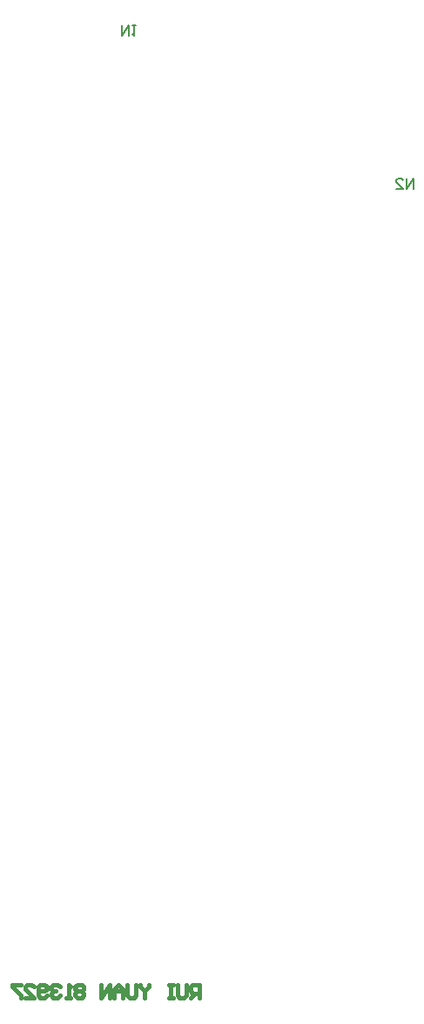
<source format=gbo>
G04*
G04 #@! TF.GenerationSoftware,Altium Limited,Altium Designer,18.1.3 (115)*
G04*
G04 Layer_Color=32896*
%FSAX25Y25*%
%MOIN*%
G70*
G01*
G75*
%ADD17C,0.00800*%
%ADD18C,0.01500*%
D17*
X0348816Y0418816D02*
Y0422815D01*
X0346150Y0418816D01*
Y0422815D01*
X0342152Y0418816D02*
X0344817D01*
X0342152Y0421482D01*
Y0422148D01*
X0342818Y0422815D01*
X0344151D01*
X0344817Y0422148D01*
X0237116Y0481416D02*
Y0477418D01*
X0239782Y0481416D01*
Y0477418D01*
X0241115Y0481416D02*
X0242448D01*
X0241781D01*
Y0477418D01*
X0241115Y0478084D01*
D18*
X0266796Y0109116D02*
Y0114115D01*
X0264297D01*
X0263463Y0113282D01*
Y0111615D01*
X0264297Y0110782D01*
X0266796D01*
X0265129D02*
X0263463Y0109116D01*
X0261797Y0114115D02*
Y0109949D01*
X0260964Y0109116D01*
X0259298D01*
X0258465Y0109949D01*
Y0114115D01*
X0256799D02*
X0255133D01*
X0255966D01*
Y0109116D01*
X0256799D01*
X0255133D01*
X0247635Y0114115D02*
Y0113282D01*
X0245969Y0111615D01*
X0244303Y0113282D01*
Y0114115D01*
X0245969Y0111615D02*
Y0109116D01*
X0242637Y0114115D02*
Y0109949D01*
X0241804Y0109116D01*
X0240138D01*
X0239305Y0109949D01*
Y0114115D01*
X0237638Y0109116D02*
Y0112448D01*
X0235972Y0114115D01*
X0234306Y0112448D01*
Y0109116D01*
Y0111615D01*
X0237638D01*
X0232640Y0109116D02*
Y0114115D01*
X0229308Y0109116D01*
Y0114115D01*
X0222643Y0113282D02*
X0221810Y0114115D01*
X0220144D01*
X0219311Y0113282D01*
Y0112448D01*
X0220144Y0111615D01*
X0219311Y0110782D01*
Y0109949D01*
X0220144Y0109116D01*
X0221810D01*
X0222643Y0109949D01*
Y0110782D01*
X0221810Y0111615D01*
X0222643Y0112448D01*
Y0113282D01*
X0221810Y0111615D02*
X0220144D01*
X0217645Y0109116D02*
X0215979D01*
X0216812D01*
Y0114115D01*
X0217645Y0113282D01*
X0213480D02*
X0212647Y0114115D01*
X0210980D01*
X0210147Y0113282D01*
Y0112448D01*
X0210980Y0111615D01*
X0211813D01*
X0210980D01*
X0210147Y0110782D01*
Y0109949D01*
X0210980Y0109116D01*
X0212647D01*
X0213480Y0109949D01*
X0208481D02*
X0207648Y0109116D01*
X0205982D01*
X0205149Y0109949D01*
Y0113282D01*
X0205982Y0114115D01*
X0207648D01*
X0208481Y0113282D01*
Y0112448D01*
X0207648Y0111615D01*
X0205149D01*
X0200151Y0109116D02*
X0203483D01*
X0200151Y0112448D01*
Y0113282D01*
X0200984Y0114115D01*
X0202650D01*
X0203483Y0113282D01*
X0198485Y0114115D02*
X0195152D01*
Y0113282D01*
X0198485Y0109949D01*
Y0109116D01*
M02*

</source>
